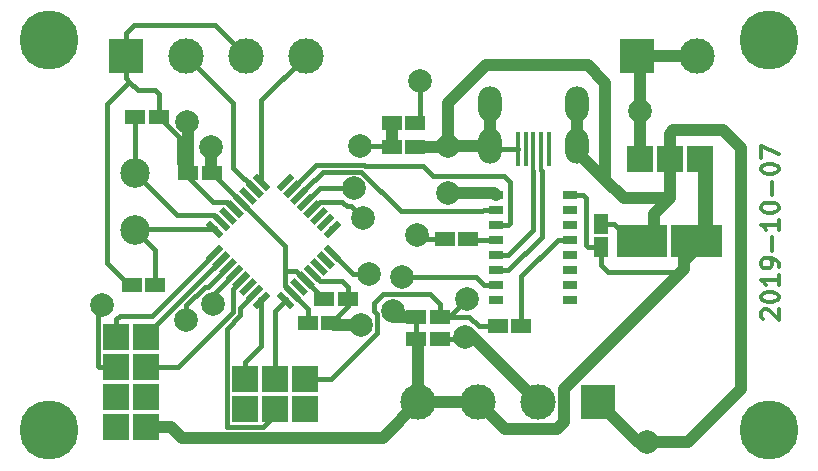
<source format=gbr>
G04 #@! TF.GenerationSoftware,KiCad,Pcbnew,5.0.2-bee76a0~70~ubuntu18.04.1*
G04 #@! TF.CreationDate,2019-10-09T06:24:17-07:00*
G04 #@! TF.ProjectId,kazatsky,6b617a61-7473-46b7-992e-6b696361645f,rev?*
G04 #@! TF.SameCoordinates,PX8e18f40PY6516e80*
G04 #@! TF.FileFunction,Copper,L1,Top*
G04 #@! TF.FilePolarity,Positive*
%FSLAX46Y46*%
G04 Gerber Fmt 4.6, Leading zero omitted, Abs format (unit mm)*
G04 Created by KiCad (PCBNEW 5.0.2-bee76a0~70~ubuntu18.04.1) date Wed 09 Oct 2019 06:24:17 AM PDT*
%MOMM*%
%LPD*%
G01*
G04 APERTURE LIST*
G04 #@! TA.AperFunction,NonConductor*
%ADD10C,0.300000*%
G04 #@! TD*
G04 #@! TA.AperFunction,SMDPad,CuDef*
%ADD11R,1.790000X1.300000*%
G04 #@! TD*
G04 #@! TA.AperFunction,ComponentPad*
%ADD12R,2.200000X2.200000*%
G04 #@! TD*
G04 #@! TA.AperFunction,SMDPad,CuDef*
%ADD13C,0.550000*%
G04 #@! TD*
G04 #@! TA.AperFunction,Conductor*
%ADD14C,0.100000*%
G04 #@! TD*
G04 #@! TA.AperFunction,SMDPad,CuDef*
%ADD15R,1.300000X0.800000*%
G04 #@! TD*
G04 #@! TA.AperFunction,ComponentPad*
%ADD16R,3.000000X3.000000*%
G04 #@! TD*
G04 #@! TA.AperFunction,ComponentPad*
%ADD17C,3.000000*%
G04 #@! TD*
G04 #@! TA.AperFunction,SMDPad,CuDef*
%ADD18R,1.300000X1.790000*%
G04 #@! TD*
G04 #@! TA.AperFunction,SMDPad,CuDef*
%ADD19R,2.550000X2.700000*%
G04 #@! TD*
G04 #@! TA.AperFunction,SMDPad,CuDef*
%ADD20R,2.300000X2.700000*%
G04 #@! TD*
G04 #@! TA.AperFunction,ComponentPad*
%ADD21C,2.500000*%
G04 #@! TD*
G04 #@! TA.AperFunction,ComponentPad*
%ADD22O,2.000000X3.000000*%
G04 #@! TD*
G04 #@! TA.AperFunction,SMDPad,CuDef*
%ADD23R,0.398780X3.000000*%
G04 #@! TD*
G04 #@! TA.AperFunction,ViaPad*
%ADD24C,5.000000*%
G04 #@! TD*
G04 #@! TA.AperFunction,ViaPad*
%ADD25C,2.000000*%
G04 #@! TD*
G04 #@! TA.AperFunction,Conductor*
%ADD26C,0.400000*%
G04 #@! TD*
G04 #@! TA.AperFunction,Conductor*
%ADD27C,1.000000*%
G04 #@! TD*
G04 #@! TA.AperFunction,Conductor*
%ADD28C,0.300000*%
G04 #@! TD*
G04 APERTURE END LIST*
D10*
X63421428Y12414286D02*
X63350000Y12485715D01*
X63278571Y12628572D01*
X63278571Y12985715D01*
X63350000Y13128572D01*
X63421428Y13200000D01*
X63564285Y13271429D01*
X63707142Y13271429D01*
X63921428Y13200000D01*
X64778571Y12342858D01*
X64778571Y13271429D01*
X63278571Y14200000D02*
X63278571Y14342858D01*
X63350000Y14485715D01*
X63421428Y14557143D01*
X63564285Y14628572D01*
X63850000Y14700000D01*
X64207142Y14700000D01*
X64492857Y14628572D01*
X64635714Y14557143D01*
X64707142Y14485715D01*
X64778571Y14342858D01*
X64778571Y14200000D01*
X64707142Y14057143D01*
X64635714Y13985715D01*
X64492857Y13914286D01*
X64207142Y13842858D01*
X63850000Y13842858D01*
X63564285Y13914286D01*
X63421428Y13985715D01*
X63350000Y14057143D01*
X63278571Y14200000D01*
X64778571Y16128572D02*
X64778571Y15271429D01*
X64778571Y15700000D02*
X63278571Y15700000D01*
X63492857Y15557143D01*
X63635714Y15414286D01*
X63707142Y15271429D01*
X64778571Y16842858D02*
X64778571Y17128572D01*
X64707142Y17271429D01*
X64635714Y17342858D01*
X64421428Y17485715D01*
X64135714Y17557143D01*
X63564285Y17557143D01*
X63421428Y17485715D01*
X63350000Y17414286D01*
X63278571Y17271429D01*
X63278571Y16985715D01*
X63350000Y16842858D01*
X63421428Y16771429D01*
X63564285Y16700000D01*
X63921428Y16700000D01*
X64064285Y16771429D01*
X64135714Y16842858D01*
X64207142Y16985715D01*
X64207142Y17271429D01*
X64135714Y17414286D01*
X64064285Y17485715D01*
X63921428Y17557143D01*
X64207142Y18200000D02*
X64207142Y19342858D01*
X64778571Y20842858D02*
X64778571Y19985715D01*
X64778571Y20414286D02*
X63278571Y20414286D01*
X63492857Y20271429D01*
X63635714Y20128572D01*
X63707142Y19985715D01*
X63278571Y21771429D02*
X63278571Y21914286D01*
X63350000Y22057143D01*
X63421428Y22128572D01*
X63564285Y22200000D01*
X63850000Y22271429D01*
X64207142Y22271429D01*
X64492857Y22200000D01*
X64635714Y22128572D01*
X64707142Y22057143D01*
X64778571Y21914286D01*
X64778571Y21771429D01*
X64707142Y21628572D01*
X64635714Y21557143D01*
X64492857Y21485715D01*
X64207142Y21414286D01*
X63850000Y21414286D01*
X63564285Y21485715D01*
X63421428Y21557143D01*
X63350000Y21628572D01*
X63278571Y21771429D01*
X64207142Y22914286D02*
X64207142Y24057143D01*
X63278571Y25057143D02*
X63278571Y25200000D01*
X63350000Y25342858D01*
X63421428Y25414286D01*
X63564285Y25485715D01*
X63850000Y25557143D01*
X64207142Y25557143D01*
X64492857Y25485715D01*
X64635714Y25414286D01*
X64707142Y25342858D01*
X64778571Y25200000D01*
X64778571Y25057143D01*
X64707142Y24914286D01*
X64635714Y24842858D01*
X64492857Y24771429D01*
X64207142Y24700000D01*
X63850000Y24700000D01*
X63564285Y24771429D01*
X63421428Y24842858D01*
X63350000Y24914286D01*
X63278571Y25057143D01*
X63278571Y26057143D02*
X63278571Y27057143D01*
X64778571Y26414286D01*
D11*
G04 #@! TO.P,R4,1*
G04 #@! TO.N,VMOT*
X32000000Y29000000D03*
G04 #@! TO.P,R4,2*
G04 #@! TO.N,+VDC*
X34000000Y29000000D03*
G04 #@! TD*
G04 #@! TO.P,R3,2*
G04 #@! TO.N,VMOT*
X32000000Y27000000D03*
G04 #@! TO.P,R3,1*
G04 #@! TO.N,GND*
X34000000Y27000000D03*
G04 #@! TD*
D12*
G04 #@! TO.P,U1,1*
G04 #@! TO.N,+VDC*
X53000000Y26000000D03*
G04 #@! TO.P,U1,2*
G04 #@! TO.N,GND*
X55540000Y26000000D03*
G04 #@! TO.P,U1,3*
G04 #@! TO.N,+5V*
X58080000Y26000000D03*
G04 #@! TD*
G04 #@! TO.P,J4,1*
G04 #@! TO.N,GND*
X8700000Y3300000D03*
G04 #@! TO.P,J4,2*
G04 #@! TO.N,+5V*
X11240000Y3300000D03*
G04 #@! TO.P,J4,3*
G04 #@! TO.N,Net-(J4-Pad3)*
X8700000Y5840000D03*
G04 #@! TO.P,J4,4*
G04 #@! TO.N,Net-(J4-Pad4)*
X11240000Y5840000D03*
G04 #@! TO.P,J4,5*
G04 #@! TO.N,L_EN*
X8700000Y8380000D03*
G04 #@! TO.P,J4,6*
G04 #@! TO.N,R_EN*
X11240000Y8380000D03*
G04 #@! TO.P,J4,7*
G04 #@! TO.N,L_PWM*
X8700000Y10920000D03*
G04 #@! TO.P,J4,8*
G04 #@! TO.N,R_PWM*
X11240000Y10920000D03*
G04 #@! TD*
G04 #@! TO.P,J5,1*
G04 #@! TO.N,MISO*
X19600000Y7300000D03*
G04 #@! TO.P,J5,2*
G04 #@! TO.N,+5V*
X19600000Y4760000D03*
G04 #@! TO.P,J5,3*
G04 #@! TO.N,SCK*
X22140000Y7300000D03*
G04 #@! TO.P,J5,4*
G04 #@! TO.N,MOSI*
X22140000Y4760000D03*
G04 #@! TO.P,J5,5*
G04 #@! TO.N,USB_RESET*
X24680000Y7300000D03*
G04 #@! TO.P,J5,6*
G04 #@! TO.N,GND*
X24680000Y4760000D03*
G04 #@! TD*
D13*
G04 #@! TO.P,U2,1*
G04 #@! TO.N,CTRL_UP*
X20974695Y23985103D03*
D14*
G04 #@! TD*
G04 #@! TO.N,CTRL_UP*
G04 #@! TO.C,U2*
G36*
X20214555Y24356334D02*
X20603464Y24745243D01*
X21734835Y23613872D01*
X21345926Y23224963D01*
X20214555Y24356334D01*
X20214555Y24356334D01*
G37*
D13*
G04 #@! TO.P,U2,2*
G04 #@! TO.N,CTRL_DOWN*
X20409010Y23419417D03*
D14*
G04 #@! TD*
G04 #@! TO.N,CTRL_DOWN*
G04 #@! TO.C,U2*
G36*
X19648870Y23790648D02*
X20037779Y24179557D01*
X21169150Y23048186D01*
X20780241Y22659277D01*
X19648870Y23790648D01*
X19648870Y23790648D01*
G37*
D13*
G04 #@! TO.P,U2,3*
G04 #@! TO.N,Net-(U2-Pad3)*
X19843324Y22853732D03*
D14*
G04 #@! TD*
G04 #@! TO.N,Net-(U2-Pad3)*
G04 #@! TO.C,U2*
G36*
X19083184Y23224963D02*
X19472093Y23613872D01*
X20603464Y22482501D01*
X20214555Y22093592D01*
X19083184Y23224963D01*
X19083184Y23224963D01*
G37*
D13*
G04 #@! TO.P,U2,4*
G04 #@! TO.N,+5V*
X19277639Y22288047D03*
D14*
G04 #@! TD*
G04 #@! TO.N,+5V*
G04 #@! TO.C,U2*
G36*
X18517499Y22659278D02*
X18906408Y23048187D01*
X20037779Y21916816D01*
X19648870Y21527907D01*
X18517499Y22659278D01*
X18517499Y22659278D01*
G37*
D13*
G04 #@! TO.P,U2,5*
G04 #@! TO.N,GND*
X18711953Y21722361D03*
D14*
G04 #@! TD*
G04 #@! TO.N,GND*
G04 #@! TO.C,U2*
G36*
X17951813Y22093592D02*
X18340722Y22482501D01*
X19472093Y21351130D01*
X19083184Y20962221D01*
X17951813Y22093592D01*
X17951813Y22093592D01*
G37*
D13*
G04 #@! TO.P,U2,6*
G04 #@! TO.N,Net-(U2-Pad6)*
X18146268Y21156676D03*
D14*
G04 #@! TD*
G04 #@! TO.N,Net-(U2-Pad6)*
G04 #@! TO.C,U2*
G36*
X17386128Y21527907D02*
X17775037Y21916816D01*
X18906408Y20785445D01*
X18517499Y20396536D01*
X17386128Y21527907D01*
X17386128Y21527907D01*
G37*
D13*
G04 #@! TO.P,U2,7*
G04 #@! TO.N,Net-(C5-Pad2)*
X17580583Y20590990D03*
D14*
G04 #@! TD*
G04 #@! TO.N,Net-(C5-Pad2)*
G04 #@! TO.C,U2*
G36*
X16820443Y20962221D02*
X17209352Y21351130D01*
X18340723Y20219759D01*
X17951814Y19830850D01*
X16820443Y20962221D01*
X16820443Y20962221D01*
G37*
D13*
G04 #@! TO.P,U2,8*
G04 #@! TO.N,Net-(C6-Pad2)*
X17014897Y20025305D03*
D14*
G04 #@! TD*
G04 #@! TO.N,Net-(C6-Pad2)*
G04 #@! TO.C,U2*
G36*
X16254757Y20396536D02*
X16643666Y20785445D01*
X17775037Y19654074D01*
X17386128Y19265165D01*
X16254757Y20396536D01*
X16254757Y20396536D01*
G37*
D13*
G04 #@! TO.P,U2,9*
G04 #@! TO.N,L_PWM*
X17014897Y17974695D03*
D14*
G04 #@! TD*
G04 #@! TO.N,L_PWM*
G04 #@! TO.C,U2*
G36*
X16643666Y17214555D02*
X16254757Y17603464D01*
X17386128Y18734835D01*
X17775037Y18345926D01*
X16643666Y17214555D01*
X16643666Y17214555D01*
G37*
D13*
G04 #@! TO.P,U2,10*
G04 #@! TO.N,R_PWM*
X17580583Y17409010D03*
D14*
G04 #@! TD*
G04 #@! TO.N,R_PWM*
G04 #@! TO.C,U2*
G36*
X17209352Y16648870D02*
X16820443Y17037779D01*
X17951814Y18169150D01*
X18340723Y17780241D01*
X17209352Y16648870D01*
X17209352Y16648870D01*
G37*
D13*
G04 #@! TO.P,U2,11*
G04 #@! TO.N,L_EN*
X18146268Y16843324D03*
D14*
G04 #@! TD*
G04 #@! TO.N,L_EN*
G04 #@! TO.C,U2*
G36*
X17775037Y16083184D02*
X17386128Y16472093D01*
X18517499Y17603464D01*
X18906408Y17214555D01*
X17775037Y16083184D01*
X17775037Y16083184D01*
G37*
D13*
G04 #@! TO.P,U2,12*
G04 #@! TO.N,Net-(U2-Pad12)*
X18711953Y16277639D03*
D14*
G04 #@! TD*
G04 #@! TO.N,Net-(U2-Pad12)*
G04 #@! TO.C,U2*
G36*
X18340722Y15517499D02*
X17951813Y15906408D01*
X19083184Y17037779D01*
X19472093Y16648870D01*
X18340722Y15517499D01*
X18340722Y15517499D01*
G37*
D13*
G04 #@! TO.P,U2,13*
G04 #@! TO.N,R_EN*
X19277639Y15711953D03*
D14*
G04 #@! TD*
G04 #@! TO.N,R_EN*
G04 #@! TO.C,U2*
G36*
X18906408Y14951813D02*
X18517499Y15340722D01*
X19648870Y16472093D01*
X20037779Y16083184D01*
X18906408Y14951813D01*
X18906408Y14951813D01*
G37*
D13*
G04 #@! TO.P,U2,14*
G04 #@! TO.N,Net-(U2-Pad14)*
X19843324Y15146268D03*
D14*
G04 #@! TD*
G04 #@! TO.N,Net-(U2-Pad14)*
G04 #@! TO.C,U2*
G36*
X19472093Y14386128D02*
X19083184Y14775037D01*
X20214555Y15906408D01*
X20603464Y15517499D01*
X19472093Y14386128D01*
X19472093Y14386128D01*
G37*
D13*
G04 #@! TO.P,U2,15*
G04 #@! TO.N,MOSI*
X20409010Y14580583D03*
D14*
G04 #@! TD*
G04 #@! TO.N,MOSI*
G04 #@! TO.C,U2*
G36*
X20037779Y13820443D02*
X19648870Y14209352D01*
X20780241Y15340723D01*
X21169150Y14951814D01*
X20037779Y13820443D01*
X20037779Y13820443D01*
G37*
D13*
G04 #@! TO.P,U2,16*
G04 #@! TO.N,MISO*
X20974695Y14014897D03*
D14*
G04 #@! TD*
G04 #@! TO.N,MISO*
G04 #@! TO.C,U2*
G36*
X20603464Y13254757D02*
X20214555Y13643666D01*
X21345926Y14775037D01*
X21734835Y14386128D01*
X20603464Y13254757D01*
X20603464Y13254757D01*
G37*
D13*
G04 #@! TO.P,U2,17*
G04 #@! TO.N,SCK*
X23025305Y14014897D03*
D14*
G04 #@! TD*
G04 #@! TO.N,SCK*
G04 #@! TO.C,U2*
G36*
X22265165Y14386128D02*
X22654074Y14775037D01*
X23785445Y13643666D01*
X23396536Y13254757D01*
X22265165Y14386128D01*
X22265165Y14386128D01*
G37*
D13*
G04 #@! TO.P,U2,18*
G04 #@! TO.N,+5V*
X23590990Y14580583D03*
D14*
G04 #@! TD*
G04 #@! TO.N,+5V*
G04 #@! TO.C,U2*
G36*
X22830850Y14951814D02*
X23219759Y15340723D01*
X24351130Y14209352D01*
X23962221Y13820443D01*
X22830850Y14951814D01*
X22830850Y14951814D01*
G37*
D13*
G04 #@! TO.P,U2,19*
G04 #@! TO.N,Net-(U2-Pad19)*
X24156676Y15146268D03*
D14*
G04 #@! TD*
G04 #@! TO.N,Net-(U2-Pad19)*
G04 #@! TO.C,U2*
G36*
X23396536Y15517499D02*
X23785445Y15906408D01*
X24916816Y14775037D01*
X24527907Y14386128D01*
X23396536Y15517499D01*
X23396536Y15517499D01*
G37*
D13*
G04 #@! TO.P,U2,20*
G04 #@! TO.N,+5V*
X24722361Y15711953D03*
D14*
G04 #@! TD*
G04 #@! TO.N,+5V*
G04 #@! TO.C,U2*
G36*
X23962221Y16083184D02*
X24351130Y16472093D01*
X25482501Y15340722D01*
X25093592Y14951813D01*
X23962221Y16083184D01*
X23962221Y16083184D01*
G37*
D13*
G04 #@! TO.P,U2,21*
G04 #@! TO.N,GND*
X25288047Y16277639D03*
D14*
G04 #@! TD*
G04 #@! TO.N,GND*
G04 #@! TO.C,U2*
G36*
X24527907Y16648870D02*
X24916816Y17037779D01*
X26048187Y15906408D01*
X25659278Y15517499D01*
X24527907Y16648870D01*
X24527907Y16648870D01*
G37*
D13*
G04 #@! TO.P,U2,22*
G04 #@! TO.N,Net-(U2-Pad22)*
X25853732Y16843324D03*
D14*
G04 #@! TD*
G04 #@! TO.N,Net-(U2-Pad22)*
G04 #@! TO.C,U2*
G36*
X25093592Y17214555D02*
X25482501Y17603464D01*
X26613872Y16472093D01*
X26224963Y16083184D01*
X25093592Y17214555D01*
X25093592Y17214555D01*
G37*
D13*
G04 #@! TO.P,U2,23*
G04 #@! TO.N,Net-(U2-Pad23)*
X26419417Y17409010D03*
D14*
G04 #@! TD*
G04 #@! TO.N,Net-(U2-Pad23)*
G04 #@! TO.C,U2*
G36*
X25659277Y17780241D02*
X26048186Y18169150D01*
X27179557Y17037779D01*
X26790648Y16648870D01*
X25659277Y17780241D01*
X25659277Y17780241D01*
G37*
D13*
G04 #@! TO.P,U2,24*
G04 #@! TO.N,HALL*
X26985103Y17974695D03*
D14*
G04 #@! TD*
G04 #@! TO.N,HALL*
G04 #@! TO.C,U2*
G36*
X26224963Y18345926D02*
X26613872Y18734835D01*
X27745243Y17603464D01*
X27356334Y17214555D01*
X26224963Y18345926D01*
X26224963Y18345926D01*
G37*
D13*
G04 #@! TO.P,U2,25*
G04 #@! TO.N,Net-(U2-Pad25)*
X26985103Y20025305D03*
D14*
G04 #@! TD*
G04 #@! TO.N,Net-(U2-Pad25)*
G04 #@! TO.C,U2*
G36*
X26613872Y19265165D02*
X26224963Y19654074D01*
X27356334Y20785445D01*
X27745243Y20396536D01*
X26613872Y19265165D01*
X26613872Y19265165D01*
G37*
D13*
G04 #@! TO.P,U2,26*
G04 #@! TO.N,Net-(U2-Pad26)*
X26419417Y20590990D03*
D14*
G04 #@! TD*
G04 #@! TO.N,Net-(U2-Pad26)*
G04 #@! TO.C,U2*
G36*
X26048186Y19830850D02*
X25659277Y20219759D01*
X26790648Y21351130D01*
X27179557Y20962221D01*
X26048186Y19830850D01*
X26048186Y19830850D01*
G37*
D13*
G04 #@! TO.P,U2,27*
G04 #@! TO.N,Net-(U2-Pad27)*
X25853732Y21156676D03*
D14*
G04 #@! TD*
G04 #@! TO.N,Net-(U2-Pad27)*
G04 #@! TO.C,U2*
G36*
X25482501Y20396536D02*
X25093592Y20785445D01*
X26224963Y21916816D01*
X26613872Y21527907D01*
X25482501Y20396536D01*
X25482501Y20396536D01*
G37*
D13*
G04 #@! TO.P,U2,28*
G04 #@! TO.N,VMOT*
X25288047Y21722361D03*
D14*
G04 #@! TD*
G04 #@! TO.N,VMOT*
G04 #@! TO.C,U2*
G36*
X24916816Y20962221D02*
X24527907Y21351130D01*
X25659278Y22482501D01*
X26048187Y22093592D01*
X24916816Y20962221D01*
X24916816Y20962221D01*
G37*
D13*
G04 #@! TO.P,U2,29*
G04 #@! TO.N,USB_RESET*
X24722361Y22288047D03*
D14*
G04 #@! TD*
G04 #@! TO.N,USB_RESET*
G04 #@! TO.C,U2*
G36*
X24351130Y21527907D02*
X23962221Y21916816D01*
X25093592Y23048187D01*
X25482501Y22659278D01*
X24351130Y21527907D01*
X24351130Y21527907D01*
G37*
D13*
G04 #@! TO.P,U2,30*
G04 #@! TO.N,RXD*
X24156676Y22853732D03*
D14*
G04 #@! TD*
G04 #@! TO.N,RXD*
G04 #@! TO.C,U2*
G36*
X23785445Y22093592D02*
X23396536Y22482501D01*
X24527907Y23613872D01*
X24916816Y23224963D01*
X23785445Y22093592D01*
X23785445Y22093592D01*
G37*
D13*
G04 #@! TO.P,U2,31*
G04 #@! TO.N,TXD*
X23590990Y23419417D03*
D14*
G04 #@! TD*
G04 #@! TO.N,TXD*
G04 #@! TO.C,U2*
G36*
X23219759Y22659277D02*
X22830850Y23048186D01*
X23962221Y24179557D01*
X24351130Y23790648D01*
X23219759Y22659277D01*
X23219759Y22659277D01*
G37*
D13*
G04 #@! TO.P,U2,32*
G04 #@! TO.N,Net-(U2-Pad32)*
X23025305Y23985103D03*
D14*
G04 #@! TD*
G04 #@! TO.N,Net-(U2-Pad32)*
G04 #@! TO.C,U2*
G36*
X22654074Y23224963D02*
X22265165Y23613872D01*
X23396536Y24745243D01*
X23785445Y24356334D01*
X22654074Y23224963D01*
X22654074Y23224963D01*
G37*
D15*
G04 #@! TO.P,U3,1*
G04 #@! TO.N,GND*
X40850000Y22950000D03*
G04 #@! TO.P,U3,2*
G04 #@! TO.N,RXD*
X40850000Y21670000D03*
G04 #@! TO.P,U3,3*
G04 #@! TO.N,TXD*
X40850000Y20410000D03*
G04 #@! TO.P,U3,4*
G04 #@! TO.N,Net-(C7-Pad1)*
X40850000Y19140000D03*
G04 #@! TO.P,U3,5*
G04 #@! TO.N,/UD+*
X40850000Y17860000D03*
G04 #@! TO.P,U3,6*
G04 #@! TO.N,/UD-*
X40850000Y16590000D03*
G04 #@! TO.P,U3,7*
G04 #@! TO.N,Net-(U2-Pad12)*
X40850000Y15330000D03*
G04 #@! TO.P,U3,8*
G04 #@! TO.N,Net-(U3-Pad8)*
X40850000Y14050000D03*
G04 #@! TO.P,U3,9*
G04 #@! TO.N,Net-(U3-Pad9)*
X47150000Y14050000D03*
G04 #@! TO.P,U3,10*
G04 #@! TO.N,Net-(U3-Pad10)*
X47150000Y15330000D03*
G04 #@! TO.P,U3,11*
G04 #@! TO.N,Net-(U3-Pad11)*
X47150000Y16590000D03*
G04 #@! TO.P,U3,12*
G04 #@! TO.N,Net-(U3-Pad12)*
X47150000Y17860000D03*
G04 #@! TO.P,U3,13*
G04 #@! TO.N,Net-(C9-Pad2)*
X47150000Y19140000D03*
G04 #@! TO.P,U3,14*
G04 #@! TO.N,Net-(U3-Pad14)*
X47150000Y20410000D03*
G04 #@! TO.P,U3,15*
G04 #@! TO.N,Net-(U3-Pad15)*
X47150000Y21670000D03*
G04 #@! TO.P,U3,16*
G04 #@! TO.N,+5V*
X47150000Y22950000D03*
G04 #@! TD*
D16*
G04 #@! TO.P,J3,1*
G04 #@! TO.N,+VDC*
X52800000Y34700000D03*
D17*
G04 #@! TO.P,J3,2*
X57880000Y34700000D03*
G04 #@! TD*
G04 #@! TO.P,J2,4*
G04 #@! TO.N,+5V*
X34260000Y5400000D03*
D16*
G04 #@! TO.P,J2,1*
G04 #@! TO.N,GND*
X49500000Y5400000D03*
D17*
G04 #@! TO.P,J2,3*
G04 #@! TO.N,+5V*
X39340000Y5400000D03*
G04 #@! TO.P,J2,2*
G04 #@! TO.N,HALL*
X44420000Y5400000D03*
G04 #@! TD*
G04 #@! TO.P,J1,2*
G04 #@! TO.N,CTRL_DOWN*
X14580000Y34700000D03*
G04 #@! TO.P,J1,3*
G04 #@! TO.N,GND*
X19660000Y34700000D03*
D16*
G04 #@! TO.P,J1,1*
X9500000Y34700000D03*
D17*
G04 #@! TO.P,J1,4*
G04 #@! TO.N,CTRL_UP*
X24740000Y34700000D03*
G04 #@! TD*
D11*
G04 #@! TO.P,C2,1*
G04 #@! TO.N,GND*
X26900000Y12100000D03*
G04 #@! TO.P,C2,2*
G04 #@! TO.N,+5V*
X24900000Y12100000D03*
G04 #@! TD*
G04 #@! TO.P,R2,2*
G04 #@! TO.N,USB_RESET*
X36100000Y12600000D03*
G04 #@! TO.P,R2,1*
G04 #@! TO.N,+5V*
X34100000Y12600000D03*
G04 #@! TD*
G04 #@! TO.P,R1,1*
G04 #@! TO.N,+5V*
X34100000Y10700000D03*
G04 #@! TO.P,R1,2*
G04 #@! TO.N,HALL*
X36100000Y10700000D03*
G04 #@! TD*
G04 #@! TO.P,C9,2*
G04 #@! TO.N,Net-(C9-Pad2)*
X43000000Y11800000D03*
G04 #@! TO.P,C9,1*
G04 #@! TO.N,USB_RESET*
X41000000Y11800000D03*
G04 #@! TD*
D18*
G04 #@! TO.P,C8,1*
G04 #@! TO.N,GND*
X49700000Y20500000D03*
G04 #@! TO.P,C8,2*
G04 #@! TO.N,+5V*
X49700000Y18500000D03*
G04 #@! TD*
D11*
G04 #@! TO.P,C7,2*
G04 #@! TO.N,GND*
X36500000Y19200000D03*
G04 #@! TO.P,C7,1*
G04 #@! TO.N,Net-(C7-Pad1)*
X38500000Y19200000D03*
G04 #@! TD*
G04 #@! TO.P,C6,1*
G04 #@! TO.N,GND*
X10000000Y15300000D03*
G04 #@! TO.P,C6,2*
G04 #@! TO.N,Net-(C6-Pad2)*
X12000000Y15300000D03*
G04 #@! TD*
G04 #@! TO.P,C4,2*
G04 #@! TO.N,GND*
X28300000Y14100000D03*
G04 #@! TO.P,C4,1*
G04 #@! TO.N,+5V*
X26300000Y14100000D03*
G04 #@! TD*
G04 #@! TO.P,C3,1*
G04 #@! TO.N,+5V*
X16800000Y24800000D03*
G04 #@! TO.P,C3,2*
G04 #@! TO.N,GND*
X14800000Y24800000D03*
G04 #@! TD*
G04 #@! TO.P,C5,2*
G04 #@! TO.N,Net-(C5-Pad2)*
X10300000Y29500000D03*
G04 #@! TO.P,C5,1*
G04 #@! TO.N,GND*
X12300000Y29500000D03*
G04 #@! TD*
D19*
G04 #@! TO.P,C1,1*
G04 #@! TO.N,+5V*
X58675000Y19000000D03*
G04 #@! TO.P,C1,2*
G04 #@! TO.N,GND*
X52325000Y19000000D03*
D20*
G04 #@! TO.P,C1,1*
G04 #@! TO.N,+5V*
X56770000Y19000000D03*
G04 #@! TO.P,C1,2*
G04 #@! TO.N,GND*
X54230000Y19000000D03*
G04 #@! TD*
D21*
G04 #@! TO.P,Y1,2*
G04 #@! TO.N,Net-(C6-Pad2)*
X10300000Y19920000D03*
G04 #@! TO.P,Y1,1*
G04 #@! TO.N,Net-(C5-Pad2)*
X10300000Y24800000D03*
G04 #@! TD*
D22*
G04 #@! TO.P,J6,6*
G04 #@! TO.N,GND*
X40300000Y30600000D03*
D23*
G04 #@! TO.P,J6,5*
X42702060Y26820040D03*
G04 #@! TO.P,J6,4*
G04 #@! TO.N,Net-(J6-Pad4)*
X43352300Y26820040D03*
G04 #@! TO.P,J6,3*
G04 #@! TO.N,/UD+*
X44000000Y26820040D03*
G04 #@! TO.P,J6,2*
G04 #@! TO.N,/UD-*
X44647700Y26820040D03*
G04 #@! TO.P,J6,1*
G04 #@! TO.N,Net-(J6-Pad1)*
X45297940Y26820040D03*
D22*
G04 #@! TO.P,J6,6*
G04 #@! TO.N,GND*
X47700000Y27100000D03*
X40300000Y27100000D03*
X47700000Y30600000D03*
G04 #@! TD*
D24*
G04 #@! TO.N,*
X3000000Y36000000D03*
X3000000Y3000000D03*
X64000000Y36000000D03*
X64000000Y3000000D03*
D25*
G04 #@! TO.N,GND*
X34125312Y19525312D03*
X29400000Y11900000D03*
X36800000Y27100000D03*
X36800000Y23100000D03*
X14700000Y29100000D03*
X53600000Y2000000D03*
G04 #@! TO.N,+5V*
X16700000Y27000000D03*
X32158571Y13110408D03*
G04 #@! TO.N,USB_RESET*
X38400000Y14100000D03*
X28780226Y23486734D03*
G04 #@! TO.N,HALL*
X38200000Y10900000D03*
X30100000Y16200000D03*
G04 #@! TO.N,+VDC*
X34400000Y32600000D03*
X53000000Y30000000D03*
G04 #@! TO.N,Net-(U2-Pad12)*
X16900000Y13700000D03*
X32892857Y15950010D03*
G04 #@! TO.N,L_EN*
X7500000Y13600000D03*
X14628575Y12319200D03*
G04 #@! TO.N,VMOT*
X29600000Y21000002D03*
X29300000Y27100000D03*
G04 #@! TD*
D26*
G04 #@! TO.N,GND*
X40579960Y26820040D02*
X40300000Y27100000D01*
X42702060Y26820040D02*
X40579960Y26820040D01*
X27816826Y15633174D02*
X28300000Y15150000D01*
X25288047Y16277639D02*
X25932512Y15633174D01*
X28300000Y15150000D02*
X28300000Y14100000D01*
X25932512Y15633174D02*
X27816826Y15633174D01*
X18067488Y22366826D02*
X18075558Y22358756D01*
X16878172Y22366826D02*
X18067488Y22366826D01*
X18075558Y22358756D02*
X18711953Y21722361D01*
X14800000Y24800000D02*
X14800000Y24444998D01*
X14800000Y24444998D02*
X16878172Y22366826D01*
X54230000Y19000000D02*
X52325000Y19000000D01*
X50825000Y20500000D02*
X49700000Y20500000D01*
X52325000Y19000000D02*
X50825000Y20500000D01*
X28300000Y13500000D02*
X28300000Y14100000D01*
X26900000Y12100000D02*
X28300000Y13500000D01*
X10200000Y37300000D02*
X9500000Y36600000D01*
X17060000Y37300000D02*
X10200000Y37300000D01*
X9500000Y36600000D02*
X9500000Y34700000D01*
X19660000Y34700000D02*
X17060000Y37300000D01*
X9500000Y34700000D02*
X9500000Y32800000D01*
X10500000Y31800000D02*
X12000000Y31800000D01*
X12300000Y31500000D02*
X12300000Y29500000D01*
X12000000Y31800000D02*
X12300000Y31500000D01*
X9755000Y15300000D02*
X7900000Y17155000D01*
X10000000Y15300000D02*
X9755000Y15300000D01*
X7900000Y30600000D02*
X9800000Y32500000D01*
X7900000Y17155000D02*
X7900000Y30600000D01*
X9500000Y32800000D02*
X9800000Y32500000D01*
X9800000Y32500000D02*
X10500000Y31800000D01*
X14000000Y27800000D02*
X12300000Y29500000D01*
X14000000Y26900000D02*
X14000000Y27800000D01*
X14000000Y25600000D02*
X14800000Y24800000D01*
X14000000Y26900000D02*
X14000000Y25600000D01*
X36500000Y19200000D02*
X34450624Y19200000D01*
X34450624Y19200000D02*
X34125312Y19525312D01*
D27*
X55540000Y23900000D02*
X55540000Y26000000D01*
X55540000Y22660000D02*
X55540000Y23900000D01*
X54230000Y19000000D02*
X54230000Y21350000D01*
X54230000Y21350000D02*
X55540000Y22660000D01*
X51640000Y22660000D02*
X55540000Y22660000D01*
X47700000Y27100000D02*
X47700000Y26600000D01*
X40300000Y27100000D02*
X40300000Y30600000D01*
X27100000Y11900000D02*
X26900000Y12100000D01*
X29400000Y11900000D02*
X27100000Y11900000D01*
X40300000Y27100000D02*
X38300000Y27100000D01*
X38300000Y27100000D02*
X36800000Y27100000D01*
X40700000Y23100000D02*
X40850000Y22950000D01*
X36800000Y23100000D02*
X40700000Y23100000D01*
X36700000Y27000000D02*
X36800000Y27100000D01*
X34000000Y27000000D02*
X36700000Y27000000D01*
X14800000Y24800000D02*
X14800000Y29000000D01*
X14800000Y29000000D02*
X14700000Y29100000D01*
X52900000Y2000000D02*
X49500000Y5400000D01*
X53600000Y2000000D02*
X52900000Y2000000D01*
X55840000Y28400000D02*
X55540000Y28100000D01*
X53600000Y2000000D02*
X57100000Y2000000D01*
X61600000Y6500000D02*
X61600000Y26900000D01*
X55540000Y28100000D02*
X55540000Y26000000D01*
X57100000Y2000000D02*
X61600000Y6500000D01*
X61600000Y26900000D02*
X60100000Y28400000D01*
X60100000Y28400000D02*
X55840000Y28400000D01*
X47700000Y30600000D02*
X47700000Y31100000D01*
X50100000Y32400000D02*
X50100000Y24200000D01*
X48600000Y33900000D02*
X50100000Y32400000D01*
X50100000Y24200000D02*
X51640000Y22660000D01*
X36800000Y30700000D02*
X40000000Y33900000D01*
X36800000Y27100000D02*
X36800000Y30700000D01*
X47700000Y26600000D02*
X50100000Y24200000D01*
X40000000Y33900000D02*
X48600000Y33900000D01*
X47700000Y27100000D02*
X47700000Y30600000D01*
D26*
G04 #@! TO.N,Net-(C6-Pad2)*
X12000000Y18220000D02*
X10300000Y19920000D01*
X12000000Y15300000D02*
X12000000Y18220000D01*
X10405305Y20025305D02*
X10300000Y19920000D01*
X17014897Y20025305D02*
X10405305Y20025305D01*
G04 #@! TO.N,Net-(C5-Pad2)*
X13864545Y21235455D02*
X11549999Y23550001D01*
X17580583Y20590990D02*
X16936118Y21235455D01*
X11549999Y23550001D02*
X10300000Y24800000D01*
X16936118Y21235455D02*
X13864545Y21235455D01*
X10300000Y26567766D02*
X10300000Y29500000D01*
X10300000Y24800000D02*
X10300000Y26567766D01*
G04 #@! TO.N,/UD+*
X41900000Y17860000D02*
X44000000Y19960000D01*
X40850000Y17860000D02*
X41900000Y17860000D01*
G04 #@! TO.N,+5V*
X24722361Y15677639D02*
X26300000Y14100000D01*
X24722361Y15711953D02*
X24722361Y15677639D01*
X16800000Y24765686D02*
X19277639Y22288047D01*
X16800000Y24800000D02*
X16800000Y24765686D01*
X58080000Y19595000D02*
X58675000Y19000000D01*
X58080000Y26000000D02*
X58080000Y19595000D01*
X58675000Y19000000D02*
X56770000Y19000000D01*
X48650000Y18500000D02*
X48500000Y18650000D01*
X49700000Y18500000D02*
X48650000Y18500000D01*
X48500000Y18650000D02*
X48500000Y22650000D01*
X48200000Y22950000D02*
X47150000Y22950000D01*
X48500000Y22650000D02*
X48200000Y22950000D01*
X58675000Y18925000D02*
X56150000Y16400000D01*
X58675000Y19000000D02*
X58675000Y18925000D01*
X49700000Y17000000D02*
X49700000Y18500000D01*
X50300000Y16400000D02*
X49700000Y17000000D01*
X24900000Y13271573D02*
X23590990Y14580583D01*
X24900000Y12100000D02*
X24900000Y13271573D01*
X24722361Y15711953D02*
X23934314Y16500000D01*
X23934314Y16500000D02*
X23100000Y16500000D01*
X22954595Y15216978D02*
X23590990Y14580583D01*
X23100000Y16500000D02*
X22946526Y16346526D01*
X22946526Y15225047D02*
X22954595Y15216978D01*
X22946526Y16346526D02*
X22946526Y15225047D01*
X22946526Y18619160D02*
X22946526Y16346526D01*
X19277639Y22288047D02*
X22946526Y18619160D01*
X34100000Y5560000D02*
X34260000Y5400000D01*
X34100000Y10700000D02*
X34100000Y5560000D01*
X34100000Y10700000D02*
X34100000Y12600000D01*
X37218680Y5400000D02*
X34260000Y5400000D01*
X39340000Y5400000D02*
X37218680Y5400000D01*
X39340000Y5400000D02*
X41640000Y3100000D01*
X56150000Y16400000D02*
X51800000Y16400000D01*
X51800000Y16400000D02*
X50300000Y16400000D01*
D27*
X58675000Y25405000D02*
X58080000Y26000000D01*
X58675000Y19000000D02*
X58675000Y25405000D01*
X34260000Y10540000D02*
X34100000Y10700000D01*
X34260000Y5400000D02*
X34260000Y10540000D01*
X39340000Y5400000D02*
X34260000Y5400000D01*
X40839999Y3900001D02*
X41640000Y3100000D01*
X39340000Y5400000D02*
X40839999Y3900001D01*
X41640000Y3100000D02*
X46000000Y3100000D01*
X46610001Y6490001D02*
X56770000Y16650000D01*
X56770000Y16650000D02*
X56770000Y19000000D01*
X46000000Y3100000D02*
X46610001Y3710001D01*
X46610001Y3710001D02*
X46610001Y6490001D01*
X16700000Y24900000D02*
X16800000Y24800000D01*
X16700000Y27000000D02*
X16700000Y24900000D01*
X13340000Y3300000D02*
X11240000Y3300000D01*
X34260000Y5400000D02*
X31239988Y2379988D01*
X14260012Y2379988D02*
X13340000Y3300000D01*
X31239988Y2379988D02*
X14260012Y2379988D01*
X32158571Y12646429D02*
X32158571Y13110408D01*
X32205000Y12600000D02*
X32158571Y12646429D01*
X34100000Y12600000D02*
X32205000Y12600000D01*
D26*
G04 #@! TO.N,Net-(C7-Pad1)*
X38560000Y19140000D02*
X38500000Y19200000D01*
X40850000Y19140000D02*
X38560000Y19140000D01*
G04 #@! TO.N,Net-(C9-Pad2)*
X46100000Y19140000D02*
X47150000Y19140000D01*
X43000000Y11800000D02*
X43000000Y16040000D01*
X43000000Y16040000D02*
X46100000Y19140000D01*
G04 #@! TO.N,USB_RESET*
X41000000Y11800000D02*
X39400000Y11800000D01*
X38600000Y12600000D02*
X36100000Y12600000D01*
X39400000Y11800000D02*
X38600000Y12600000D01*
X36100000Y12600000D02*
X36900000Y12600000D01*
X36900000Y12600000D02*
X38400000Y14100000D01*
X30550002Y13107200D02*
X30790001Y12867201D01*
X30790001Y11232799D02*
X26857202Y7300000D01*
X26180000Y7300000D02*
X24680000Y7300000D01*
X26857202Y7300000D02*
X26180000Y7300000D01*
X31292015Y14500410D02*
X30550002Y13758397D01*
X36100000Y13650000D02*
X35249590Y14500410D01*
X30550002Y13758397D02*
X30550002Y13107200D01*
X35249590Y14500410D02*
X31292015Y14500410D01*
X36100000Y12600000D02*
X36100000Y13650000D01*
X30790001Y12867201D02*
X30790001Y11232799D01*
X27366013Y23486734D02*
X28780226Y23486734D01*
X25921048Y23486734D02*
X27366013Y23486734D01*
X24722361Y22288047D02*
X25921048Y23486734D01*
G04 #@! TO.N,HALL*
X36100000Y10700000D02*
X38000000Y10700000D01*
X38000000Y10700000D02*
X38200000Y10900000D01*
D27*
X38920000Y10900000D02*
X44420000Y5400000D01*
X38200000Y10900000D02*
X38920000Y10900000D01*
D26*
X28759798Y16200000D02*
X30100000Y16200000D01*
X26985103Y17974695D02*
X28759798Y16200000D01*
G04 #@! TO.N,CTRL_DOWN*
X18600000Y30680000D02*
X14580000Y34700000D01*
X20409010Y23419417D02*
X18600000Y25228427D01*
X18600000Y25228427D02*
X18600000Y30680000D01*
G04 #@! TO.N,CTRL_UP*
X20974695Y30934695D02*
X24740000Y34700000D01*
X20974695Y23985103D02*
X20974695Y30934695D01*
D27*
G04 #@! TO.N,+VDC*
X53000000Y34500000D02*
X52800000Y34700000D01*
X57880000Y34700000D02*
X52800000Y34700000D01*
X53000000Y26000000D02*
X53000000Y29300000D01*
X53000000Y29300000D02*
X53000000Y34500000D01*
D26*
X34400000Y29400000D02*
X34000000Y29000000D01*
X34400000Y32600000D02*
X34400000Y29400000D01*
X53000000Y29300000D02*
X53000000Y30000000D01*
G04 #@! TO.N,RXD*
X39800000Y21670000D02*
X39679999Y21549999D01*
X39679999Y21549999D02*
X32774165Y21549999D01*
X29447428Y24876736D02*
X26179680Y24876736D01*
X26179680Y24876736D02*
X24793071Y23490127D01*
X40850000Y21670000D02*
X39800000Y21670000D01*
X32774165Y21549999D02*
X29447428Y24876736D01*
X24793071Y23490127D02*
X24156676Y22853732D01*
G04 #@! TO.N,TXD*
X25638320Y25466747D02*
X29691818Y25466747D01*
X41900000Y20410000D02*
X40850000Y20410000D01*
X41500000Y24500000D02*
X42000000Y24000000D01*
X42000000Y24000000D02*
X42000000Y20510000D01*
X42000000Y20510000D02*
X41900000Y20410000D01*
X29758552Y25400013D02*
X34653987Y25400013D01*
X36946002Y24500000D02*
X41500000Y24500000D01*
X23590990Y23419417D02*
X25638320Y25466747D01*
X36896001Y24550001D02*
X36946002Y24500000D01*
X29691818Y25466747D02*
X29758552Y25400013D01*
X34653987Y25400013D02*
X35503999Y24550001D01*
X35503999Y24550001D02*
X36896001Y24550001D01*
G04 #@! TO.N,Net-(U2-Pad12)*
X16900000Y14465686D02*
X18711953Y16277639D01*
X16900000Y13700000D02*
X16900000Y14465686D01*
X39800000Y15330000D02*
X39179990Y15950010D01*
X34307070Y15950010D02*
X32892857Y15950010D01*
X39179990Y15950010D02*
X34307070Y15950010D01*
X40850000Y15330000D02*
X39800000Y15330000D01*
G04 #@! TO.N,MOSI*
X19200012Y12734756D02*
X19200012Y13371585D01*
X19200012Y13371585D02*
X19772615Y13944188D01*
X18079999Y3269999D02*
X18049999Y3299999D01*
X18049999Y3299999D02*
X18049999Y11584743D01*
X18049999Y11584743D02*
X19200012Y12734756D01*
X21120001Y3269999D02*
X18079999Y3269999D01*
X19772615Y13944188D02*
X20409010Y14580583D01*
X22140000Y4289998D02*
X21120001Y3269999D01*
X22140000Y4760000D02*
X22140000Y4289998D01*
G04 #@! TO.N,MISO*
X19600000Y7300000D02*
X19600000Y8800000D01*
X19600000Y8800000D02*
X20974695Y10174695D01*
X20974695Y10174695D02*
X20974695Y13525988D01*
X20974695Y13525988D02*
X20974695Y14014897D01*
G04 #@! TO.N,SCK*
X22140000Y13129592D02*
X23025305Y14014897D01*
X22140000Y7300000D02*
X22140000Y13129592D01*
G04 #@! TO.N,L_EN*
X7149999Y13249999D02*
X7500000Y13600000D01*
X8700000Y8380000D02*
X7200000Y8380000D01*
X7149999Y8430001D02*
X7149999Y13249999D01*
X7200000Y8380000D02*
X7149999Y8430001D01*
X18146268Y16843324D02*
X16452945Y15150001D01*
X16452945Y15150001D02*
X16203999Y15150001D01*
X14628575Y13574577D02*
X14628575Y12319200D01*
X16203999Y15150001D02*
X14628575Y13574577D01*
G04 #@! TO.N,R_EN*
X18641244Y15075558D02*
X19277639Y15711953D01*
X18550001Y13003999D02*
X18550001Y14984315D01*
X13926002Y8380000D02*
X18550001Y13003999D01*
X11240000Y8380000D02*
X13926002Y8380000D01*
X18550001Y14984315D02*
X18641244Y15075558D01*
G04 #@! TO.N,L_PWM*
X8700000Y12420000D02*
X8980000Y12700000D01*
X8700000Y10920000D02*
X8700000Y12420000D01*
X11740202Y12700000D02*
X17014897Y17974695D01*
X8980000Y12700000D02*
X11740202Y12700000D01*
G04 #@! TO.N,R_PWM*
X16907359Y16772615D02*
X16944188Y16772615D01*
X16944188Y16772615D02*
X17580583Y17409010D01*
X11240000Y11105256D02*
X16907359Y16772615D01*
X11240000Y10920000D02*
X11240000Y11105256D01*
G04 #@! TO.N,/UD+*
X44000000Y19960000D02*
X44000000Y24958348D01*
D28*
X44000000Y24958348D02*
X44000000Y26820040D01*
D26*
G04 #@! TO.N,/UD-*
X41900000Y16590000D02*
X44700000Y19390000D01*
X40850000Y16590000D02*
X41900000Y16590000D01*
X44700000Y19390000D02*
X44700000Y24908588D01*
D28*
X44647700Y24960888D02*
X44647700Y26820040D01*
X44700000Y24908588D02*
X44647700Y24960888D01*
D27*
G04 #@! TO.N,VMOT*
X32000000Y29000000D02*
X32000000Y27000000D01*
D26*
X28600001Y22000001D02*
X29600000Y21000002D01*
X27841244Y22358756D02*
X28199999Y22000001D01*
X25288047Y21722361D02*
X25924442Y22358756D01*
X25924442Y22358756D02*
X27841244Y22358756D01*
X28199999Y22000001D02*
X28600001Y22000001D01*
X31900000Y27100000D02*
X32000000Y27000000D01*
X29300000Y27100000D02*
X31900000Y27100000D01*
G04 #@! TD*
M02*

</source>
